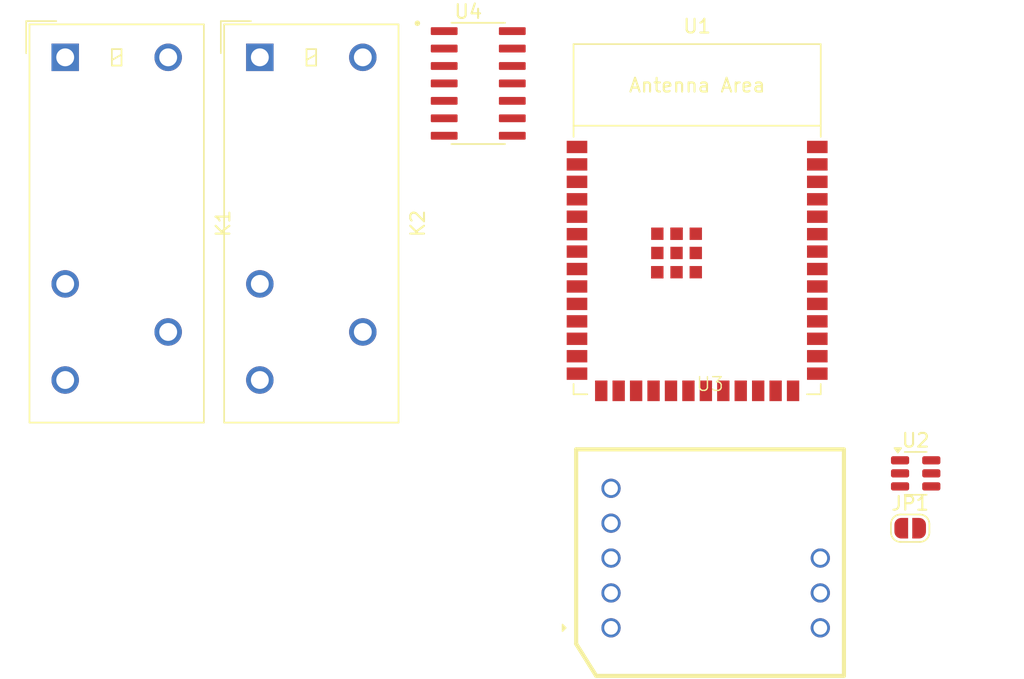
<source format=kicad_pcb>
(kicad_pcb (version 20241229) (generator "pcbnew") (generator_version "9.0")
  (layers (0 "F.Cu" signal) (2 "B.Cu" signal) (13 "F.Paste" user) (15 "B.Paste" user) (5 "F.SilkS" user "F.Silkscreen") (7 "B.SilkS" user "B.Silkscreen") (1 "F.Mask" user) (3 "B.Mask" user) (25 "Edge.Cuts" user))
  (net 0 "")
  (net 1 "Net-(JP1-A)")
  (net 2 "+3.3V")
  (net 8 "GND")
  (net 16 "Net-(U1-EN)")
  (net 34 "/NIVARA_BOARD/RS485_INTERFACE/UART_RX")
  (net 39 "/NIVARA_BOARD/RS485_INTERFACE/UART_TX")
  (net 41 "VCC")
  (net 42 "Net-(U2-SW)")
  (net 43 "Net-(U2-BST)")
  (net 44 "/NIVARA_BOARD/RS485_B")
  (net 46 "/NIVARA_BOARD/RS485_A")
  (net 47 "/NIVARA_BOARD/RS485_INTERFACE/~{TX}{slash}RX")
  (net 48 "Net-(K1-PadA1)")
  (net 49 "/NIVARA_BOARD/RL2_OUTPUT_NC")
  (net 50 "/NIVARA_BOARD/RL2_OUTPUT_NO")
  (net 51 "/NIVARA_BOARD/RL2_COM")
  (net 52 "/NIVARA_BOARD/RL1_OUTPUT_NC")
  (net 53 "Net-(K2-PadA1)")
  (net 54 "/NIVARA_BOARD/RL1_COM")
  (net 55 "/NIVARA_BOARD/RL1_OUTPUT_NO")
  (net 56 "/NIVARA_BOARD/RELAY_INTERFACE/ST2")
  (net 57 "/NIVARA_BOARD/RELAY_INTERFACE/ST1")
  (net 58 "/NIVARA_BOARD/RELAY_INTERFACE/RL2_EN")
  (net 59 "/NIVARA_BOARD/RELAY_INTERFACE/RL1_EN")
  (footprint "Jumper:SolderJumper-2_P1.3mm_Open_RoundedPad1.0x1.5mm" (layer "F.Cu") (at 143.85 91)
    (property "Reference" "JP1" (at 0 -1.8 0) (layer "F.SilkS"))
    (property "Value" "SolderJumper_2_Open")
    (fp_line (start -1.4 0.3) (end -1.4 -0.3) (stroke (width 0.12)) (layer "F.SilkS"))
    (fp_line (start -0.7 -1) (end 0.7 -1) (stroke (width 0.12)) (layer "F.SilkS"))
    (fp_line (start 0.7 1) (end -0.7 1) (stroke (width 0.12)) (layer "F.SilkS"))
    (fp_line (start 1.4 -0.3) (end 1.4 0.3) (stroke (width 0.12)) (layer "F.SilkS"))
    (fp_arc (start -1.4 -0.3) (mid -1.194975 -0.794975) (end -0.7 -1) (stroke (width 0.12)) (layer "F.SilkS"))
    (fp_arc (start -0.7 1) (mid -1.194975 0.794975) (end -1.4 0.3) (stroke (width 0.12)) (layer "F.SilkS"))
    (fp_arc (start 0.7 -1) (mid 1.194975 -0.794975) (end 1.4 -0.3) (stroke (width 0.12)) (layer "F.SilkS"))
    (fp_arc (start 1.4 0.3) (mid 1.194975 0.794975) (end 0.7 1) (stroke (width 0.12)) (layer "F.SilkS"))
    (pad "1" smd custom (at -0.65 0) (size 1 0.5) (layers "F.Cu" "F.Mask") (net 1 "Net-(JP1-A)") (options (clearance outline) (anchor rect)) (primitives (gr_circle (center 0 0.25) (end 0.5 0.25) (width 0) (fill yes)) (gr_circle (center 0 -0.25) (end 0.5 -0.25) (width 0) (fill yes)) (gr_poly (pts (xy 0.5 0.75) (xy 0 0.75) (xy 0 -0.75) (xy 0.5 -0.75)) (width 0) (fill yes))))
    (pad "2" smd custom (at 0.65 0) (size 1 0.5) (layers "F.Cu" "F.Mask") (net 2 "+3.3V") (options (clearance outline) (anchor rect)) (primitives (gr_circle (center 0 0.25) (end 0.5 0.25) (width 0) (fill yes)) (gr_circle (center 0 -0.25) (end 0.5 -0.25) (width 0) (fill yes)) (gr_poly (pts (xy 0 0.75) (xy -0.5 0.75) (xy -0.5 -0.75) (xy 0 -0.75)) (width 0) (fill yes))))
  )
  (footprint "PCM_Espressif:ESP32-S3-WROOM-1" (layer "F.Cu") (at 128.335 71.495)
    (property "Reference" "U1" (at 0 -17.05 0) (layer "F.SilkS"))
    (property "Value" "ESP32-S3-WROOM-1")
    (fp_line (start -9 -15.75) (end -9 -9) (stroke (width 0.12)) (layer "F.SilkS"))
    (fp_line (start -9 -15.75) (end 9 -15.75) (stroke (width 0.12)) (layer "F.SilkS"))
    (fp_line (start -9 9) (end -9 9.75) (stroke (width 0.12)) (layer "F.SilkS"))
    (fp_line (start -9 9.75) (end -8 9.75) (stroke (width 0.12)) (layer "F.SilkS"))
    (fp_line (start 9 -15.75) (end 9 -9) (stroke (width 0.12)) (layer "F.SilkS"))
    (fp_line (start 9 -9.81) (end -9 -9.81) (stroke (width 0.12)) (layer "F.SilkS"))
    (fp_line (start 9 9) (end 9 9.75) (stroke (width 0.12)) (layer "F.SilkS"))
    (fp_line (start 9 9.75) (end 8 9.75) (stroke (width 0.12)) (layer "F.SilkS"))
    (fp_text user "Antenna Area" (at 0 -12.75 0) (layer "F.SilkS"))
    (pad "1" smd rect (at -8.75 -8.26) (size 1.5 0.9) (layers "F.Cu" "F.Mask" "F.Paste") (net 8 "GND"))
    (pad "2" smd rect (at -8.75 -6.99) (size 1.5 0.9) (layers "F.Cu" "F.Mask" "F.Paste") (net 2 "+3.3V"))
    (pad "3" smd rect (at -8.75 -5.72) (size 1.5 0.9) (layers "F.Cu" "F.Mask" "F.Paste") (net 16 "Net-(U1-EN)"))
    (pad "4" smd rect (at -8.75 -4.45) (size 1.5 0.9) (layers "F.Cu" "F.Mask" "F.Paste"))
    (pad "5" smd rect (at -8.75 -3.18) (size 1.5 0.9) (layers "F.Cu" "F.Mask" "F.Paste"))
    (pad "6" smd rect (at -8.75 -1.91) (size 1.5 0.9) (layers "F.Cu" "F.Mask" "F.Paste"))
    (pad "7" smd rect (at -8.75 -0.64) (size 1.5 0.9) (layers "F.Cu" "F.Mask" "F.Paste"))
    (pad "8" smd rect (at -8.75 0.63) (size 1.5 0.9) (layers "F.Cu" "F.Mask" "F.Paste"))
    (pad "9" smd rect (at -8.75 1.9) (size 1.5 0.9) (layers "F.Cu" "F.Mask" "F.Paste"))
    (pad "10" smd rect (at -8.75 3.17) (size 1.5 0.9) (layers "F.Cu" "F.Mask" "F.Paste"))
    (pad "11" smd rect (at -8.75 4.44) (size 1.5 0.9) (layers "F.Cu" "F.Mask" "F.Paste"))
    (pad "12" smd rect (at -8.75 5.71) (size 1.5 0.9) (layers "F.Cu" "F.Mask" "F.Paste"))
    (pad "13" smd rect (at -8.75 6.98) (size 1.5 0.9) (layers "F.Cu" "F.Mask" "F.Paste"))
    (pad "14" smd rect (at -8.75 8.25) (size 1.5 0.9) (layers "F.Cu" "F.Mask" "F.Paste"))
    (pad "15" smd rect (at -6.985 9.5 90) (size 1.5 0.9) (layers "F.Cu" "F.Mask" "F.Paste"))
    (pad "16" smd rect (at -5.715 9.5 90) (size 1.5 0.9) (layers "F.Cu" "F.Mask" "F.Paste"))
    (pad "17" smd rect (at -4.445 9.5 90) (size 1.5 0.9) (layers "F.Cu" "F.Mask" "F.Paste"))
    (pad "18" smd rect (at -3.175 9.5 90) (size 1.5 0.9) (layers "F.Cu" "F.Mask" "F.Paste"))
    (pad "19" smd rect (at -1.905 9.5 90) (size 1.5 0.9) (layers "F.Cu" "F.Mask" "F.Paste"))
    (pad "20" smd rect (at -0.635 9.5 90) (size 1.5 0.9) (layers "F.Cu" "F.Mask" "F.Paste"))
    (pad "21" smd rect (at 0.635 9.5 90) (size 1.5 0.9) (layers "F.Cu" "F.Mask" "F.Paste"))
    (pad "22" smd rect (at 1.905 9.5 90) (size 1.5 0.9) (layers "F.Cu" "F.Mask" "F.Paste"))
    (pad "23" smd rect (at 3.175 9.5 90) (size 1.5 0.9) (layers "F.Cu" "F.Mask" "F.Paste"))
    (pad "24" smd rect (at 4.445 9.5 90) (size 1.5 0.9) (layers "F.Cu" "F.Mask" "F.Paste"))
    (pad "25" smd rect (at 5.715 9.5 90) (size 1.5 0.9) (layers "F.Cu" "F.Mask" "F.Paste"))
    (pad "26" smd rect (at 6.985 9.5 90) (size 1.5 0.9) (layers "F.Cu" "F.Mask" "F.Paste"))
    (pad "27" smd rect (at 8.75 8.25 180) (size 1.5 0.9) (layers "F.Cu" "F.Mask" "F.Paste"))
    (pad "28" smd rect (at 8.75 6.98 180) (size 1.5 0.9) (layers "F.Cu" "F.Mask" "F.Paste"))
    (pad "29" smd rect (at 8.75 5.71 180) (size 1.5 0.9) (layers "F.Cu" "F.Mask" "F.Paste"))
    (pad "30" smd rect (at 8.75 4.44 180) (size 1.5 0.9) (layers "F.Cu" "F.Mask" "F.Paste"))
    (pad "31" smd rect (at 8.75 3.17 180) (size 1.5 0.9) (layers "F.Cu" "F.Mask" "F.Paste"))
    (pad "32" smd rect (at 8.75 1.9 180) (size 1.5 0.9) (layers "F.Cu" "F.Mask" "F.Paste"))
    (pad "33" smd rect (at 8.75 0.63 180) (size 1.5 0.9) (layers "F.Cu" "F.Mask" "F.Paste"))
    (pad "34" smd rect (at 8.75 -0.64 180) (size 1.5 0.9) (layers "F.Cu" "F.Mask" "F.Paste"))
    (pad "35" smd rect (at 8.75 -1.91 180) (size 1.5 0.9) (layers "F.Cu" "F.Mask" "F.Paste"))
    (pad "36" smd rect (at 8.75 -3.18 180) (size 1.5 0.9) (layers "F.Cu" "F.Mask" "F.Paste") (net 34 "/NIVARA_BOARD/RS485_INTERFACE/UART_RX"))
    (pad "37" smd rect (at 8.75 -4.45 180) (size 1.5 0.9) (layers "F.Cu" "F.Mask" "F.Paste") (net 39 "/NIVARA_BOARD/RS485_INTERFACE/UART_TX"))
    (pad "38" smd rect (at 8.75 -5.72 180) (size 1.5 0.9) (layers "F.Cu" "F.Mask" "F.Paste"))
    (pad "39" smd rect (at 8.75 -6.99 180) (size 1.5 0.9) (layers "F.Cu" "F.Mask" "F.Paste"))
    (pad "40" smd rect (at 8.75 -8.26 180) (size 1.5 0.9) (layers "F.Cu" "F.Mask" "F.Paste") (net 8 "GND"))
    (pad "41" smd rect (at -2.9 -1.94 180) (size 0.9 0.9) (layers "F.Cu" "F.Mask" "F.Paste") (net 8 "GND"))
    (pad "41" smd rect (at -2.9 -0.54 180) (size 0.9 0.9) (layers "F.Cu" "F.Mask" "F.Paste") (net 8 "GND"))
    (pad "41" smd rect (at -2.9 0.86 180) (size 0.9 0.9) (layers "F.Cu" "F.Mask" "F.Paste") (net 8 "GND"))
    (pad "41" smd rect (at -2.9 0.86 180) (size 0.9 0.9) (layers "F.Cu" "F.Mask" "F.Paste") (net 8 "GND"))
    (pad "41" smd rect (at -1.5 -1.94 180) (size 0.9 0.9) (layers "F.Cu" "F.Mask" "F.Paste") (net 8 "GND"))
    (pad "41" smd rect (at -1.5 -1.94 180) (size 0.9 0.9) (layers "F.Cu" "F.Mask" "F.Paste") (net 8 "GND"))
    (pad "41" smd rect (at -1.5 -0.54 180) (size 0.9 0.9) (layers "F.Cu" "F.Mask" "F.Paste") (net 8 "GND"))
    (pad "41" smd rect (at -1.5 0.86 180) (size 0.9 0.9) (layers "F.Cu" "F.Mask" "F.Paste") (net 8 "GND"))
    (pad "41" smd rect (at -0.1 -1.94 180) (size 0.9 0.9) (layers "F.Cu" "F.Mask" "F.Paste") (net 8 "GND"))
    (pad "41" smd rect (at -0.1 -0.54 180) (size 0.9 0.9) (layers "F.Cu" "F.Mask" "F.Paste") (net 8 "GND"))
    (pad "41" smd rect (at -0.1 0.86 180) (size 0.9 0.9) (layers "F.Cu" "F.Mask" "F.Paste") (net 8 "GND"))
  )
  (footprint "Relay_THT:Relay_SPDT_Omron_G2RL-1" (layer "F.Cu") (at 82.3125 56.7075)
    (property "Reference" "K1" (at 11.5 12.1 90) (layer "F.SilkS"))
    (property "Value" "G2RL-1")
    (fp_line (start -2.84 -2.64) (end -0.65 -2.64) (stroke (width 0.12)) (layer "F.SilkS"))
    (fp_line (start -2.84 -0.3) (end -2.84 -2.64) (stroke (width 0.12)) (layer "F.SilkS"))
    (fp_line (start -2.6 -2.4) (end -2.6 26.6) (stroke (width 0.12)) (layer "F.SilkS"))
    (fp_line (start -2.6 26.6) (end 10.1 26.6) (stroke (width 0.12)) (layer "F.SilkS"))
    (fp_line (start 3.4 -0.6) (end 3.4 0.6) (stroke (width 0.12)) (layer "F.SilkS"))
    (fp_line (start 3.4 0.2) (end 4.1 -0.2) (stroke (width 0.12)) (layer "F.SilkS"))
    (fp_line (start 3.4 0.6) (end 4.1 0.6) (stroke (width 0.12)) (layer "F.SilkS"))
    (fp_line (start 4.1 -0.6) (end 3.4 -0.6) (stroke (width 0.12)) (layer "F.SilkS"))
    (fp_line (start 4.1 0.6) (end 4.1 -0.6) (stroke (width 0.12)) (layer "F.SilkS"))
    (fp_line (start 10.1 -2.4) (end -2.6 -2.4) (stroke (width 0.12)) (layer "F.SilkS"))
    (fp_line (start 10.1 26.6) (end 10.1 -2.4) (stroke (width 0.12)) (layer "F.SilkS"))
    (pad "11" thru_hole circle (at 7.5 20) (size 2 2) (drill 1.3) (layers "*.Cu" "*.Mask") (net 51 "/NIVARA_BOARD/RL2_COM"))
    (pad "12" thru_hole circle (at 0 16.5) (size 2 2) (drill 1.3) (layers "*.Cu" "*.Mask") (net 49 "/NIVARA_BOARD/RL2_OUTPUT_NC"))
    (pad "14" thru_hole circle (at 0 23.5) (size 2 2) (drill 1.3) (layers "*.Cu" "*.Mask") (net 50 "/NIVARA_BOARD/RL2_OUTPUT_NO"))
    (pad "A1" thru_hole rect (at 0 0) (size 2 2) (drill 1.3) (layers "*.Cu" "*.Mask") (net 48 "Net-(K1-PadA1)"))
    (pad "A2" thru_hole circle (at 7.5 0) (size 2 2) (drill 1.3) (layers "*.Cu" "*.Mask") (net 8 "GND"))
  )
  (footprint "Package_TO_SOT_SMD:TSOT-23-6" (layer "F.Cu") (at 144.25 87.005)
    (property "Reference" "U2" (at 0 -2.4 0) (layer "F.SilkS"))
    (property "Value" "AP63203WU")
    (fp_line (start 0 -1.56) (end -0.8 -1.56) (stroke (width 0.12)) (layer "F.SilkS"))
    (fp_line (start 0 -1.56) (end 0.8 -1.56) (stroke (width 0.12)) (layer "F.SilkS"))
    (fp_line (start 0 1.56) (end -0.8 1.56) (stroke (width 0.12)) (layer "F.SilkS"))
    (fp_line (start 0 1.56) (end 0.8 1.56) (stroke (width 0.12)) (layer "F.SilkS"))
    (fp_poly (pts (xy -1.3 -1.51) (xy -1.54 -1.84) (xy -1.06 -1.84)) (stroke (width 0.12)) (fill yes) (layer "F.SilkS"))
    (pad "1" smd roundrect (at -1.1375 -0.95) (size 1.325 0.6) (layers "F.Cu" "F.Mask" "F.Paste") (net 1 "Net-(JP1-A)"))
    (pad "2" smd roundrect (at -1.1375 0) (size 1.325 0.6) (layers "F.Cu" "F.Mask" "F.Paste") (net 41 "VCC"))
    (pad "3" smd roundrect (at -1.1375 0.95) (size 1.325 0.6) (layers "F.Cu" "F.Mask" "F.Paste") (net 41 "VCC"))
    (pad "4" smd roundrect (at 1.1375 0.95) (size 1.325 0.6) (layers "F.Cu" "F.Mask" "F.Paste") (net 8 "GND"))
    (pad "5" smd roundrect (at 1.1375 0) (size 1.325 0.6) (layers "F.Cu" "F.Mask" "F.Paste") (net 42 "Net-(U2-SW)"))
    (pad "6" smd roundrect (at 1.1375 -0.95) (size 1.325 0.6) (layers "F.Cu" "F.Mask" "F.Paste") (net 43 "Net-(U2-BST)"))
  )
  (footprint "Riqi_Parts:SOIC127P600X172-14N" (layer "F.Cu") (at 112.3925 58.6075)
    (property "Reference" "U4" (at -0.725 -5.227 0) (layer "F.SilkS"))
    (property "Value" "~" (hide yes))
    (fp_line (start -1.95 -4.415) (end 1.95 -4.415) (stroke (width 0.127)) (layer "F.SilkS"))
    (fp_line (start -1.95 4.415) (end 1.95 4.415) (stroke (width 0.127)) (layer "F.SilkS"))
    (fp_circle (center -4.43 -4.38) (end -4.33 -4.38) (stroke (width 0.2)) (fill no) (layer "F.SilkS"))
    (pad "1" smd roundrect (at -2.48 -3.81) (size 1.95 0.57) (layers "F.Cu" "F.Mask" "F.Paste") (roundrect_rratio 0.125) (net 41 "VCC"))
    (pad "2" smd roundrect (at -2.48 -2.54) (size 1.95 0.57) (layers "F.Cu" "F.Mask" "F.Paste") (roundrect_rratio 0.125) (net 59 "/NIVARA_BOARD/RELAY_INTERFACE/RL1_EN"))
    (pad "3" smd roundrect (at -2.48 -1.27) (size 1.95 0.57) (layers "F.Cu" "F.Mask" "F.Paste") (roundrect_rratio 0.125) (net 57 "/NIVARA_BOARD/RELAY_INTERFACE/ST1"))
    (pad "4" smd roundrect (at -2.48 0) (size 1.95 0.57) (layers "F.Cu" "F.Mask" "F.Paste") (roundrect_rratio 0.125) (net 8 "GND"))
    (pad "5" smd roundrect (at -2.48 1.27) (size 1.95 0.57) (layers "F.Cu" "F.Mask" "F.Paste") (roundrect_rratio 0.125) (net 56 "/NIVARA_BOARD/RELAY_INTERFACE/ST2"))
    (pad "6" smd roundrect (at -2.48 2.54) (size 1.95 0.57) (layers "F.Cu" "F.Mask" "F.Paste") (roundrect_rratio 0.125) (net 58 "/NIVARA_BOARD/RELAY_INTERFACE/RL2_EN"))
    (pad "7" smd roundrect (at -2.48 3.81) (size 1.95 0.57) (layers "F.Cu" "F.Mask" "F.Paste") (roundrect_rratio 0.125) (net 41 "VCC"))
    (pad "8" smd roundrect (at 2.48 3.81) (size 1.95 0.57) (layers "F.Cu" "F.Mask" "F.Paste") (roundrect_rratio 0.125) (net 41 "VCC"))
    (pad "9" smd roundrect (at 2.48 2.54) (size 1.95 0.57) (layers "F.Cu" "F.Mask" "F.Paste") (roundrect_rratio 0.125) (net 48 "Net-(K1-PadA1)"))
    (pad "10" smd roundrect (at 2.48 1.27) (size 1.95 0.57) (layers "F.Cu" "F.Mask" "F.Paste") (roundrect_rratio 0.125) (net 48 "Net-(K1-PadA1)"))
    (pad "11" smd roundrect (at 2.48 0) (size 1.95 0.57) (layers "F.Cu" "F.Mask" "F.Paste") (roundrect_rratio 0.125) (net 2 "+3.3V"))
    (pad "12" smd roundrect (at 2.48 -1.27) (size 1.95 0.57) (layers "F.Cu" "F.Mask" "F.Paste") (roundrect_rratio 0.125) (net 53 "Net-(K2-PadA1)"))
    (pad "13" smd roundrect (at 2.48 -2.54) (size 1.95 0.57) (layers "F.Cu" "F.Mask" "F.Paste") (roundrect_rratio 0.125) (net 53 "Net-(K2-PadA1)"))
    (pad "14" smd roundrect (at 2.48 -3.81) (size 1.95 0.57) (layers "F.Cu" "F.Mask" "F.Paste") (roundrect_rratio 0.125) (net 41 "VCC"))
  )
  (footprint "Riqi_Parts:YLPTEC RSM3485ECHT" (layer "F.Cu") (at 119.525 101.755)
    (property "Reference" "U3" (at 9.75 -21.25 0) (layer "F.SilkS") (effects (font (thickness 0.1))))
    (property "Value" "~")
    (fp_line (start 0 -16.5) (end 0 -2.33) (stroke (width 0.3)) (layer "F.SilkS"))
    (fp_line (start 1.46 0) (end 0 -2.33) (stroke (width 0.3)) (layer "F.SilkS"))
    (fp_line (start 19.5 -16.5) (end 0 -16.5) (stroke (width 0.3)) (layer "F.SilkS"))
    (fp_line (start 19.5 0) (end 1.46 0) (stroke (width 0.3)) (layer "F.SilkS"))
    (fp_line (start 19.5 0) (end 19.5 -16.5) (stroke (width 0.3)) (layer "F.SilkS"))
    (fp_poly (pts (xy -0.75 -3.5) (xy -1 -3.25) (xy -1 -3.75)) (stroke (width 0.1)) (fill yes) (layer "F.SilkS"))
    (pad "1" thru_hole circle (at 2.54 -3.5) (size 1.4 1.4) (drill 1) (layers "*.Cu" "*.Mask") (net 2 "+3.3V"))
    (pad "2" thru_hole circle (at 2.54 -6.04) (size 1.4 1.4) (drill 1) (layers "*.Cu" "*.Mask") (net 8 "GND"))
    (pad "3" thru_hole circle (at 2.54 -8.58) (size 1.4 1.4) (drill 1) (layers "*.Cu" "*.Mask") (net 39 "/NIVARA_BOARD/RS485_INTERFACE/UART_TX"))
    (pad "4" thru_hole circle (at 2.54 -11.12) (size 1.4 1.4) (drill 1) (layers "*.Cu" "*.Mask") (net 34 "/NIVARA_BOARD/RS485_INTERFACE/UART_RX"))
    (pad "5" thru_hole circle (at 2.54 -13.66) (size 1.4 1.4) (drill 1) (layers "*.Cu" "*.Mask") (net 47 "/NIVARA_BOARD/RS485_INTERFACE/~{TX}{slash}RX"))
    (pad "8" thru_hole circle (at 17.78 -8.58) (size 1.4 1.4) (drill 1) (layers "*.Cu" "*.Mask") (net 44 "/NIVARA_BOARD/RS485_B"))
    (pad "9" thru_hole circle (at 17.78 -6.04) (size 1.4 1.4) (drill 1) (layers "*.Cu" "*.Mask") (net 46 "/NIVARA_BOARD/RS485_A"))
    (pad "10" thru_hole circle (at 17.78 -3.5) (size 1.4 1.4) (drill 1) (layers "*.Cu" "*.Mask"))
  )
  (footprint "Relay_THT:Relay_SPDT_Omron_G2RL-1" (layer "F.Cu") (at 96.4875 56.7075)
    (property "Reference" "K2" (at 11.5 12.1 90) (layer "F.SilkS"))
    (property "Value" "G2RL-1")
    (fp_line (start -2.84 -2.64) (end -0.65 -2.64) (stroke (width 0.12)) (layer "F.SilkS"))
    (fp_line (start -2.84 -0.3) (end -2.84 -2.64) (stroke (width 0.12)) (layer "F.SilkS"))
    (fp_line (start -2.6 -2.4) (end -2.6 26.6) (stroke (width 0.12)) (layer "F.SilkS"))
    (fp_line (start -2.6 26.6) (end 10.1 26.6) (stroke (width 0.12)) (layer "F.SilkS"))
    (fp_line (start 3.4 -0.6) (end 3.4 0.6) (stroke (width 0.12)) (layer "F.SilkS"))
    (fp_line (start 3.4 0.2) (end 4.1 -0.2) (stroke (width 0.12)) (layer "F.SilkS"))
    (fp_line (start 3.4 0.6) (end 4.1 0.6) (stroke (width 0.12)) (layer "F.SilkS"))
    (fp_line (start 4.1 -0.6) (end 3.4 -0.6) (stroke (width 0.12)) (layer "F.SilkS"))
    (fp_line (start 4.1 0.6) (end 4.1 -0.6) (stroke (width 0.12)) (layer "F.SilkS"))
    (fp_line (start 10.1 -2.4) (end -2.6 -2.4) (stroke (width 0.12)) (layer "F.SilkS"))
    (fp_line (start 10.1 26.6) (end 10.1 -2.4) (stroke (width 0.12)) (layer "F.SilkS"))
    (pad "11" thru_hole circle (at 7.5 20) (size 2 2) (drill 1.3) (layers "*.Cu" "*.Mask") (net 54 "/NIVARA_BOARD/RL1_COM"))
    (pad "12" thru_hole circle (at 0 16.5) (size 2 2) (drill 1.3) (layers "*.Cu" "*.Mask") (net 52 "/NIVARA_BOARD/RL1_OUTPUT_NC"))
    (pad "14" thru_hole circle (at 0 23.5) (size 2 2) (drill 1.3) (layers "*.Cu" "*.Mask") (net 55 "/NIVARA_BOARD/RL1_OUTPUT_NO"))
    (pad "A1" thru_hole rect (at 0 0) (size 2 2) (drill 1.3) (layers "*.Cu" "*.Mask") (net 53 "Net-(K2-PadA1)"))
    (pad "A2" thru_hole circle (at 7.5 0) (size 2 2) (drill 1.3) (layers "*.Cu" "*.Mask") (net 8 "GND"))
  )
)
</source>
